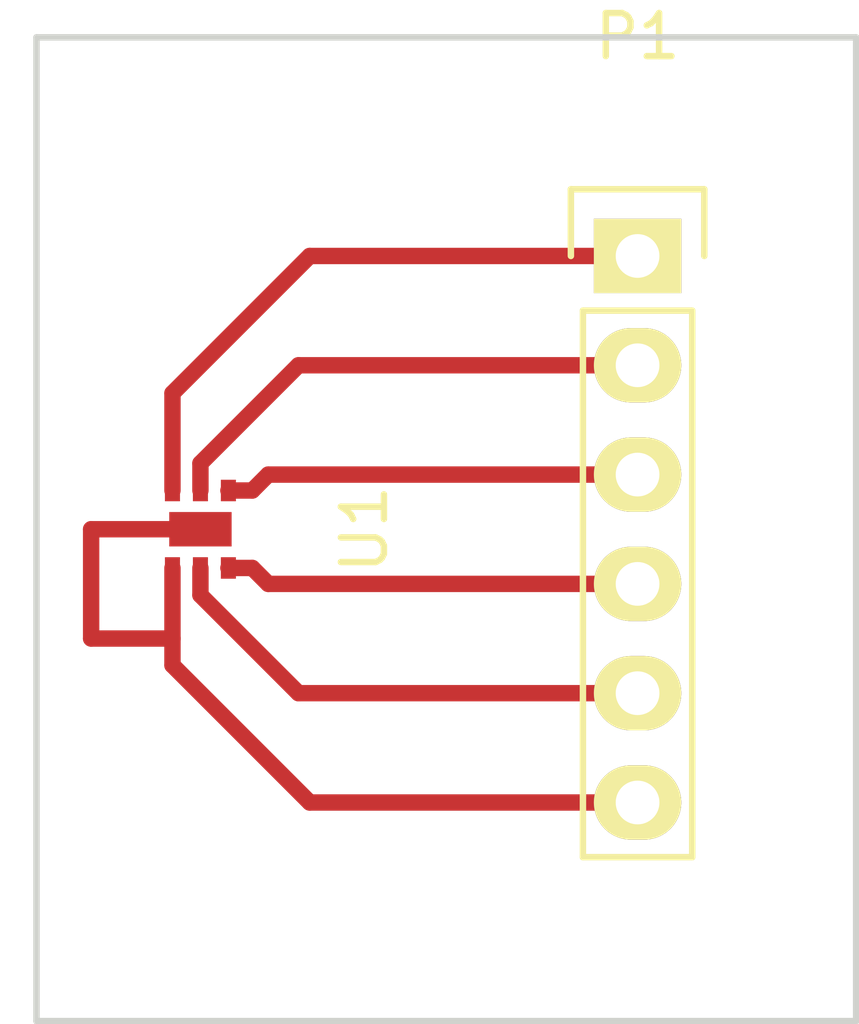
<source format=kicad_pcb>
(kicad_pcb (version 4) (host pcbnew 4.0.2+e4-6225~38~ubuntu16.04.1-stable)

  (general
    (links 7)
    (no_connects 0)
    (area 143.8296 94.2796 163.905001 118.185001)
    (thickness 1.6)
    (drawings 4)
    (tracks 22)
    (zones 0)
    (modules 2)
    (nets 7)
  )

  (page A4)
  (layers
    (0 F.Cu signal)
    (31 B.Cu signal)
    (32 B.Adhes user)
    (33 F.Adhes user)
    (34 B.Paste user)
    (35 F.Paste user)
    (36 B.SilkS user)
    (37 F.SilkS user)
    (38 B.Mask user)
    (39 F.Mask user)
    (40 Dwgs.User user)
    (41 Cmts.User user)
    (42 Eco1.User user)
    (43 Eco2.User user)
    (44 Edge.Cuts user)
    (45 Margin user)
    (46 B.CrtYd user)
    (47 F.CrtYd user)
    (48 B.Fab user)
    (49 F.Fab user)
  )

  (setup
    (last_trace_width 0.635)
    (user_trace_width 0.254)
    (user_trace_width 0.381)
    (user_trace_width 0.508)
    (user_trace_width 0.635)
    (trace_clearance 0.0254)
    (zone_clearance 0.508)
    (zone_45_only no)
    (trace_min 0.0254)
    (segment_width 0.2)
    (edge_width 0.15)
    (via_size 2.54)
    (via_drill 0.8128)
    (via_min_size 2.54)
    (via_min_drill 0.8128)
    (uvia_size 0.3)
    (uvia_drill 0.1)
    (uvias_allowed no)
    (uvia_min_size 0)
    (uvia_min_drill 0)
    (pcb_text_width 0.3)
    (pcb_text_size 1.5 1.5)
    (mod_edge_width 0.15)
    (mod_text_size 1 1)
    (mod_text_width 0.15)
    (pad_size 1.524 1.524)
    (pad_drill 0.762)
    (pad_to_mask_clearance 0.2)
    (aux_axis_origin 0 0)
    (visible_elements FFFFFF7F)
    (pcbplotparams
      (layerselection 0x01000_00000001)
      (usegerberextensions false)
      (excludeedgelayer true)
      (linewidth 0.100000)
      (plotframeref false)
      (viasonmask false)
      (mode 1)
      (useauxorigin false)
      (hpglpennumber 1)
      (hpglpenspeed 20)
      (hpglpendiameter 15)
      (hpglpenoverlay 2)
      (psnegative false)
      (psa4output false)
      (plotreference true)
      (plotvalue true)
      (plotinvisibletext false)
      (padsonsilk false)
      (subtractmaskfromsilk false)
      (outputformat 1)
      (mirror false)
      (drillshape 0)
      (scaleselection 1)
      (outputdirectory gerbers/))
  )

  (net 0 "")
  (net 1 +BATT)
  (net 2 SW)
  (net 3 EN)
  (net 4 FB)
  (net 5 VOUT)
  (net 6 GND)

  (net_class Default "This is the default net class."
    (clearance 0.0254)
    (trace_width 0.635)
    (via_dia 2.54)
    (via_drill 0.8128)
    (uvia_dia 0.3)
    (uvia_drill 0.1)
    (add_net +BATT)
    (add_net EN)
    (add_net FB)
    (add_net GND)
    (add_net SW)
    (add_net VOUT)
  )

  (module Pin_Headers:Pin_Header_Straight_1x06 (layer F.Cu) (tedit 0) (tstamp 579BD685)
    (at 158.75 100.33)
    (descr "Through hole pin header")
    (tags "pin header")
    (path /579BD2BA)
    (fp_text reference P1 (at 0 -5.1) (layer F.SilkS)
      (effects (font (size 1 1) (thickness 0.15)))
    )
    (fp_text value CONN_01X06 (at 0 -3.1) (layer F.Fab)
      (effects (font (size 1 1) (thickness 0.15)))
    )
    (fp_line (start -1.75 -1.75) (end -1.75 14.45) (layer F.CrtYd) (width 0.05))
    (fp_line (start 1.75 -1.75) (end 1.75 14.45) (layer F.CrtYd) (width 0.05))
    (fp_line (start -1.75 -1.75) (end 1.75 -1.75) (layer F.CrtYd) (width 0.05))
    (fp_line (start -1.75 14.45) (end 1.75 14.45) (layer F.CrtYd) (width 0.05))
    (fp_line (start 1.27 1.27) (end 1.27 13.97) (layer F.SilkS) (width 0.15))
    (fp_line (start 1.27 13.97) (end -1.27 13.97) (layer F.SilkS) (width 0.15))
    (fp_line (start -1.27 13.97) (end -1.27 1.27) (layer F.SilkS) (width 0.15))
    (fp_line (start 1.55 -1.55) (end 1.55 0) (layer F.SilkS) (width 0.15))
    (fp_line (start 1.27 1.27) (end -1.27 1.27) (layer F.SilkS) (width 0.15))
    (fp_line (start -1.55 0) (end -1.55 -1.55) (layer F.SilkS) (width 0.15))
    (fp_line (start -1.55 -1.55) (end 1.55 -1.55) (layer F.SilkS) (width 0.15))
    (pad 1 thru_hole rect (at 0 0) (size 2.032 1.7272) (drill 1.016) (layers *.Cu *.Mask F.SilkS)
      (net 1 +BATT))
    (pad 2 thru_hole oval (at 0 2.54) (size 2.032 1.7272) (drill 1.016) (layers *.Cu *.Mask F.SilkS)
      (net 2 SW))
    (pad 3 thru_hole oval (at 0 5.08) (size 2.032 1.7272) (drill 1.016) (layers *.Cu *.Mask F.SilkS)
      (net 3 EN))
    (pad 4 thru_hole oval (at 0 7.62) (size 2.032 1.7272) (drill 1.016) (layers *.Cu *.Mask F.SilkS)
      (net 4 FB))
    (pad 5 thru_hole oval (at 0 10.16) (size 2.032 1.7272) (drill 1.016) (layers *.Cu *.Mask F.SilkS)
      (net 5 VOUT))
    (pad 6 thru_hole oval (at 0 12.7) (size 2.032 1.7272) (drill 1.016) (layers *.Cu *.Mask F.SilkS)
      (net 6 GND))
    (model Pin_Headers.3dshapes/Pin_Header_Straight_1x06.wrl
      (at (xyz 0 -0.25 0))
      (scale (xyz 1 1 1))
      (rotate (xyz 0 0 90))
    )
  )

  (module scintilla:FAN4860 (layer F.Cu) (tedit 579BD612) (tstamp 579BD690)
    (at 148.59 106.68 90)
    (path /579BD235)
    (fp_text reference U1 (at 0 3.81 270) (layer F.SilkS)
      (effects (font (size 1 1) (thickness 0.15)))
    )
    (fp_text value FAN4860 (at 0 -3.81 90) (layer F.Fab)
      (effects (font (size 1 1) (thickness 0.15)))
    )
    (pad 1 smd rect (at -0.9 -0.65 90) (size 0.5 0.35) (layers F.Cu F.Paste F.Mask)
      (net 6 GND))
    (pad 2 smd rect (at -0.9 0 90) (size 0.5 0.35) (layers F.Cu F.Paste F.Mask)
      (net 5 VOUT))
    (pad 3 smd rect (at -0.9 0.65 90) (size 0.5 0.35) (layers F.Cu F.Paste F.Mask)
      (net 4 FB))
    (pad 4 smd rect (at 0.9 0.65 90) (size 0.5 0.35) (layers F.Cu F.Paste F.Mask)
      (net 3 EN))
    (pad 5 smd rect (at 0.9 0 90) (size 0.5 0.35) (layers F.Cu F.Paste F.Mask)
      (net 2 SW))
    (pad 6 smd rect (at 0.9 -0.65 90) (size 0.5 0.35) (layers F.Cu F.Paste F.Mask)
      (net 1 +BATT))
    (pad 7 smd rect (at 0 0 90) (size 0.8 1.45) (layers F.Cu F.Paste F.Mask)
      (net 6 GND))
  )

  (gr_line (start 144.78 118.11) (end 163.83 118.11) (layer Edge.Cuts) (width 0.15))
  (gr_line (start 163.83 95.25) (end 144.78 95.25) (layer Edge.Cuts) (width 0.15))
  (gr_line (start 163.83 95.25) (end 163.83 118.11) (layer Edge.Cuts) (width 0.15))
  (gr_line (start 144.78 118.11) (end 144.78 95.25) (layer Edge.Cuts) (width 0.15))

  (segment (start 151.13 100.33) (end 158.75 100.33) (width 0.381) (layer F.Cu) (net 1))
  (segment (start 147.94 103.52) (end 151.13 100.33) (width 0.381) (layer F.Cu) (net 1))
  (segment (start 147.94 105.78) (end 147.94 103.52) (width 0.381) (layer F.Cu) (net 1))
  (segment (start 150.869 102.87) (end 158.75 102.87) (width 0.381) (layer F.Cu) (net 2))
  (segment (start 148.59 105.78) (end 148.59 105.149) (width 0.381) (layer F.Cu) (net 2))
  (segment (start 148.59 105.149) (end 150.869 102.87) (width 0.381) (layer F.Cu) (net 2))
  (segment (start 150.166 105.41) (end 158.75 105.41) (width 0.381) (layer F.Cu) (net 3))
  (segment (start 149.24 105.78) (end 149.796 105.78) (width 0.381) (layer F.Cu) (net 3))
  (segment (start 149.796 105.78) (end 150.166 105.41) (width 0.381) (layer F.Cu) (net 3))
  (segment (start 150.166 107.95) (end 158.75 107.95) (width 0.381) (layer F.Cu) (net 4))
  (segment (start 149.24 107.58) (end 149.796 107.58) (width 0.381) (layer F.Cu) (net 4))
  (segment (start 149.796 107.58) (end 150.166 107.95) (width 0.381) (layer F.Cu) (net 4))
  (segment (start 150.869 110.49) (end 158.75 110.49) (width 0.381) (layer F.Cu) (net 5))
  (segment (start 148.59 107.58) (end 148.59 108.211) (width 0.381) (layer F.Cu) (net 5))
  (segment (start 148.59 108.211) (end 150.869 110.49) (width 0.381) (layer F.Cu) (net 5))
  (segment (start 147.94 107.58) (end 147.94 109.22) (width 0.381) (layer F.Cu) (net 6))
  (segment (start 147.94 109.22) (end 147.94 109.84) (width 0.381) (layer F.Cu) (net 6))
  (segment (start 146.05 109.22) (end 147.94 109.22) (width 0.381) (layer F.Cu) (net 6))
  (segment (start 146.05 106.68) (end 146.05 109.22) (width 0.381) (layer F.Cu) (net 6))
  (segment (start 148.59 106.68) (end 146.05 106.68) (width 0.381) (layer F.Cu) (net 6))
  (segment (start 147.94 109.84) (end 151.13 113.03) (width 0.381) (layer F.Cu) (net 6))
  (segment (start 151.13 113.03) (end 158.75 113.03) (width 0.381) (layer F.Cu) (net 6))

)

</source>
